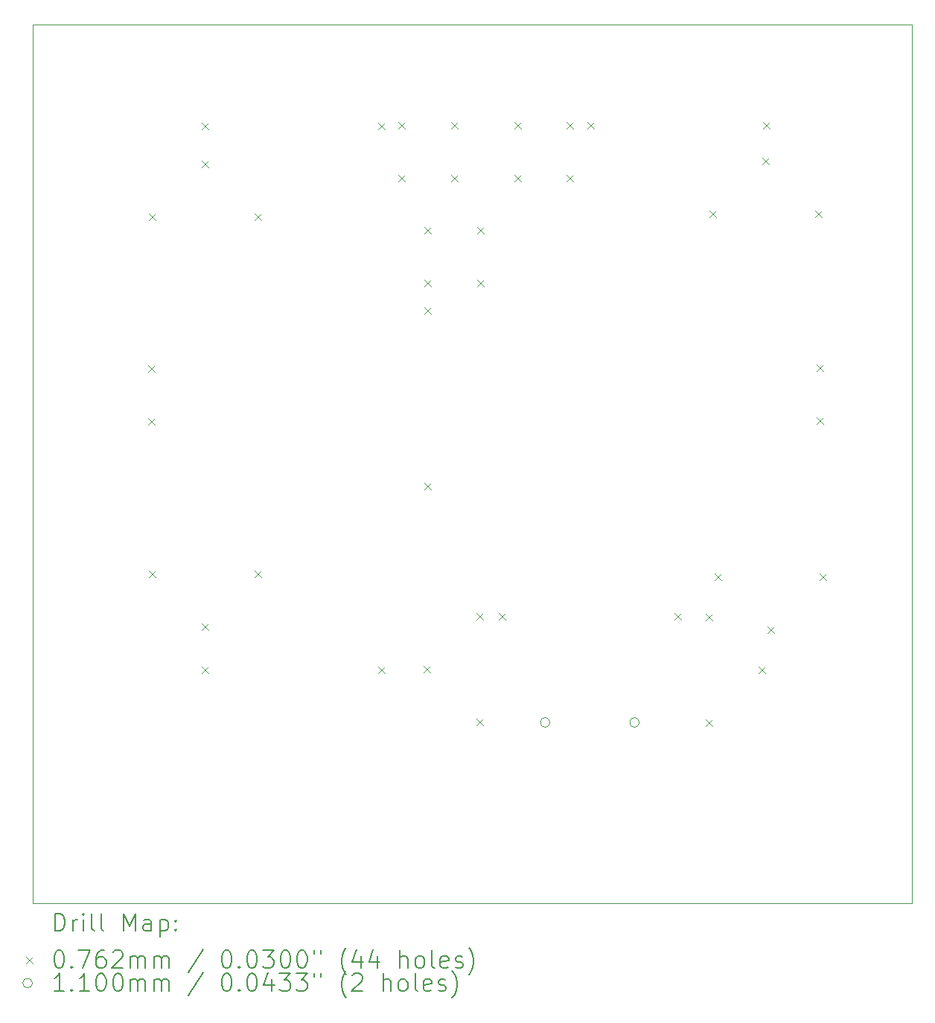
<source format=gbr>
%TF.GenerationSoftware,KiCad,Pcbnew,(6.0.7)*%
%TF.CreationDate,2022-08-28T03:54:29+08:00*%
%TF.ProjectId,6_1k,365f316b-2e6b-4696-9361-645f70636258,rev?*%
%TF.SameCoordinates,Original*%
%TF.FileFunction,Drillmap*%
%TF.FilePolarity,Positive*%
%FSLAX45Y45*%
G04 Gerber Fmt 4.5, Leading zero omitted, Abs format (unit mm)*
G04 Created by KiCad (PCBNEW (6.0.7)) date 2022-08-28 03:54:29*
%MOMM*%
%LPD*%
G01*
G04 APERTURE LIST*
%ADD10C,0.100000*%
%ADD11C,0.200000*%
%ADD12C,0.076200*%
%ADD13C,0.110000*%
G04 APERTURE END LIST*
D10*
X3383260Y-4919980D02*
X13383260Y-4919980D01*
X13383260Y-4919980D02*
X13383260Y-14919980D01*
X13383260Y-14919980D02*
X3383260Y-14919980D01*
X3383260Y-14919980D02*
X3383260Y-4919980D01*
D11*
D12*
X4693920Y-8796300D02*
X4770120Y-8872500D01*
X4770120Y-8796300D02*
X4693920Y-8872500D01*
X4693920Y-9396300D02*
X4770120Y-9472500D01*
X4770120Y-9396300D02*
X4693920Y-9472500D01*
X4706060Y-7069380D02*
X4782260Y-7145580D01*
X4782260Y-7069380D02*
X4706060Y-7145580D01*
X4706060Y-11133380D02*
X4782260Y-11209580D01*
X4782260Y-11133380D02*
X4706060Y-11209580D01*
X5306060Y-6469380D02*
X5382260Y-6545580D01*
X5382260Y-6469380D02*
X5306060Y-6545580D01*
X5306060Y-11733380D02*
X5382260Y-11809580D01*
X5382260Y-11733380D02*
X5306060Y-11809580D01*
X5306820Y-6035040D02*
X5383020Y-6111240D01*
X5383020Y-6035040D02*
X5306820Y-6111240D01*
X5306820Y-12225020D02*
X5383020Y-12301220D01*
X5383020Y-12225020D02*
X5306820Y-12301220D01*
X5906060Y-7069380D02*
X5982260Y-7145580D01*
X5982260Y-7069380D02*
X5906060Y-7145580D01*
X5906060Y-11133380D02*
X5982260Y-11209580D01*
X5982260Y-11133380D02*
X5906060Y-11209580D01*
X7306820Y-6035040D02*
X7383020Y-6111240D01*
X7383020Y-6035040D02*
X7306820Y-6111240D01*
X7306820Y-12225020D02*
X7383020Y-12301220D01*
X7383020Y-12225020D02*
X7306820Y-12301220D01*
X7540700Y-6029960D02*
X7616900Y-6106160D01*
X7616900Y-6029960D02*
X7540700Y-6106160D01*
X7540700Y-6629960D02*
X7616900Y-6706160D01*
X7616900Y-6629960D02*
X7540700Y-6706160D01*
X7825740Y-12219940D02*
X7901940Y-12296140D01*
X7901940Y-12219940D02*
X7825740Y-12296140D01*
X7835900Y-7223760D02*
X7912100Y-7299960D01*
X7912100Y-7223760D02*
X7835900Y-7299960D01*
X7835900Y-7823760D02*
X7912100Y-7899960D01*
X7912100Y-7823760D02*
X7835900Y-7899960D01*
X7835900Y-8138920D02*
X7912100Y-8215120D01*
X7912100Y-8138920D02*
X7835900Y-8215120D01*
X7835900Y-10138920D02*
X7912100Y-10215120D01*
X7912100Y-10138920D02*
X7835900Y-10215120D01*
X8140700Y-6029960D02*
X8216900Y-6106160D01*
X8216900Y-6029960D02*
X8140700Y-6106160D01*
X8140700Y-6629960D02*
X8216900Y-6706160D01*
X8216900Y-6629960D02*
X8140700Y-6706160D01*
X8425740Y-11619940D02*
X8501940Y-11696140D01*
X8501940Y-11619940D02*
X8425740Y-11696140D01*
X8425740Y-12819940D02*
X8501940Y-12896140D01*
X8501940Y-12819940D02*
X8425740Y-12896140D01*
X8435900Y-7223760D02*
X8512100Y-7299960D01*
X8512100Y-7223760D02*
X8435900Y-7299960D01*
X8435900Y-7823760D02*
X8512100Y-7899960D01*
X8512100Y-7823760D02*
X8435900Y-7899960D01*
X8679660Y-11615420D02*
X8755860Y-11691620D01*
X8755860Y-11615420D02*
X8679660Y-11691620D01*
X8856700Y-6032220D02*
X8932900Y-6108420D01*
X8932900Y-6032220D02*
X8856700Y-6108420D01*
X8856700Y-6632220D02*
X8932900Y-6708420D01*
X8932900Y-6632220D02*
X8856700Y-6708420D01*
X9456700Y-6032220D02*
X9532900Y-6108420D01*
X9532900Y-6032220D02*
X9456700Y-6108420D01*
X9456700Y-6632220D02*
X9532900Y-6708420D01*
X9532900Y-6632220D02*
X9456700Y-6708420D01*
X9688320Y-6032500D02*
X9764520Y-6108700D01*
X9764520Y-6032500D02*
X9688320Y-6108700D01*
X10679660Y-11615420D02*
X10755860Y-11691620D01*
X10755860Y-11615420D02*
X10679660Y-11691620D01*
X11038560Y-11627840D02*
X11114760Y-11704040D01*
X11114760Y-11627840D02*
X11038560Y-11704040D01*
X11038560Y-12827840D02*
X11114760Y-12904040D01*
X11114760Y-12827840D02*
X11038560Y-12904040D01*
X11082020Y-7038340D02*
X11158220Y-7114540D01*
X11158220Y-7038340D02*
X11082020Y-7114540D01*
X11135360Y-11170360D02*
X11211560Y-11246560D01*
X11211560Y-11170360D02*
X11135360Y-11246560D01*
X11638560Y-12227840D02*
X11714760Y-12304040D01*
X11714760Y-12227840D02*
X11638560Y-12304040D01*
X11682020Y-6438340D02*
X11758220Y-6514540D01*
X11758220Y-6438340D02*
X11682020Y-6514540D01*
X11688320Y-6032500D02*
X11764520Y-6108700D01*
X11764520Y-6032500D02*
X11688320Y-6108700D01*
X11735360Y-11770360D02*
X11811560Y-11846560D01*
X11811560Y-11770360D02*
X11735360Y-11846560D01*
X12282020Y-7038340D02*
X12358220Y-7114540D01*
X12358220Y-7038340D02*
X12282020Y-7114540D01*
X12296140Y-8790660D02*
X12372340Y-8866860D01*
X12372340Y-8790660D02*
X12296140Y-8866860D01*
X12296140Y-9390660D02*
X12372340Y-9466860D01*
X12372340Y-9390660D02*
X12296140Y-9466860D01*
X12335360Y-11170360D02*
X12411560Y-11246560D01*
X12411560Y-11170360D02*
X12335360Y-11246560D01*
D13*
X9264760Y-12862560D02*
G75*
G03*
X9264760Y-12862560I-55000J0D01*
G01*
X10280760Y-12862560D02*
G75*
G03*
X10280760Y-12862560I-55000J0D01*
G01*
D11*
X3635879Y-15235456D02*
X3635879Y-15035456D01*
X3683498Y-15035456D01*
X3712069Y-15044980D01*
X3731117Y-15064028D01*
X3740641Y-15083075D01*
X3750165Y-15121170D01*
X3750165Y-15149742D01*
X3740641Y-15187837D01*
X3731117Y-15206885D01*
X3712069Y-15225932D01*
X3683498Y-15235456D01*
X3635879Y-15235456D01*
X3835879Y-15235456D02*
X3835879Y-15102123D01*
X3835879Y-15140218D02*
X3845403Y-15121170D01*
X3854927Y-15111647D01*
X3873974Y-15102123D01*
X3893022Y-15102123D01*
X3959688Y-15235456D02*
X3959688Y-15102123D01*
X3959688Y-15035456D02*
X3950165Y-15044980D01*
X3959688Y-15054504D01*
X3969212Y-15044980D01*
X3959688Y-15035456D01*
X3959688Y-15054504D01*
X4083498Y-15235456D02*
X4064450Y-15225932D01*
X4054927Y-15206885D01*
X4054927Y-15035456D01*
X4188260Y-15235456D02*
X4169212Y-15225932D01*
X4159688Y-15206885D01*
X4159688Y-15035456D01*
X4416831Y-15235456D02*
X4416831Y-15035456D01*
X4483498Y-15178313D01*
X4550165Y-15035456D01*
X4550165Y-15235456D01*
X4731117Y-15235456D02*
X4731117Y-15130694D01*
X4721593Y-15111647D01*
X4702546Y-15102123D01*
X4664450Y-15102123D01*
X4645403Y-15111647D01*
X4731117Y-15225932D02*
X4712070Y-15235456D01*
X4664450Y-15235456D01*
X4645403Y-15225932D01*
X4635879Y-15206885D01*
X4635879Y-15187837D01*
X4645403Y-15168789D01*
X4664450Y-15159266D01*
X4712070Y-15159266D01*
X4731117Y-15149742D01*
X4826355Y-15102123D02*
X4826355Y-15302123D01*
X4826355Y-15111647D02*
X4845403Y-15102123D01*
X4883498Y-15102123D01*
X4902546Y-15111647D01*
X4912070Y-15121170D01*
X4921593Y-15140218D01*
X4921593Y-15197361D01*
X4912070Y-15216408D01*
X4902546Y-15225932D01*
X4883498Y-15235456D01*
X4845403Y-15235456D01*
X4826355Y-15225932D01*
X5007308Y-15216408D02*
X5016831Y-15225932D01*
X5007308Y-15235456D01*
X4997784Y-15225932D01*
X5007308Y-15216408D01*
X5007308Y-15235456D01*
X5007308Y-15111647D02*
X5016831Y-15121170D01*
X5007308Y-15130694D01*
X4997784Y-15121170D01*
X5007308Y-15111647D01*
X5007308Y-15130694D01*
D12*
X3302060Y-15526880D02*
X3378260Y-15603080D01*
X3378260Y-15526880D02*
X3302060Y-15603080D01*
D11*
X3673974Y-15455456D02*
X3693022Y-15455456D01*
X3712069Y-15464980D01*
X3721593Y-15474504D01*
X3731117Y-15493551D01*
X3740641Y-15531647D01*
X3740641Y-15579266D01*
X3731117Y-15617361D01*
X3721593Y-15636408D01*
X3712069Y-15645932D01*
X3693022Y-15655456D01*
X3673974Y-15655456D01*
X3654927Y-15645932D01*
X3645403Y-15636408D01*
X3635879Y-15617361D01*
X3626355Y-15579266D01*
X3626355Y-15531647D01*
X3635879Y-15493551D01*
X3645403Y-15474504D01*
X3654927Y-15464980D01*
X3673974Y-15455456D01*
X3826355Y-15636408D02*
X3835879Y-15645932D01*
X3826355Y-15655456D01*
X3816831Y-15645932D01*
X3826355Y-15636408D01*
X3826355Y-15655456D01*
X3902546Y-15455456D02*
X4035879Y-15455456D01*
X3950165Y-15655456D01*
X4197784Y-15455456D02*
X4159688Y-15455456D01*
X4140641Y-15464980D01*
X4131117Y-15474504D01*
X4112069Y-15503075D01*
X4102546Y-15541170D01*
X4102546Y-15617361D01*
X4112069Y-15636408D01*
X4121593Y-15645932D01*
X4140641Y-15655456D01*
X4178736Y-15655456D01*
X4197784Y-15645932D01*
X4207308Y-15636408D01*
X4216831Y-15617361D01*
X4216831Y-15569742D01*
X4207308Y-15550694D01*
X4197784Y-15541170D01*
X4178736Y-15531647D01*
X4140641Y-15531647D01*
X4121593Y-15541170D01*
X4112069Y-15550694D01*
X4102546Y-15569742D01*
X4293022Y-15474504D02*
X4302546Y-15464980D01*
X4321593Y-15455456D01*
X4369212Y-15455456D01*
X4388260Y-15464980D01*
X4397784Y-15474504D01*
X4407308Y-15493551D01*
X4407308Y-15512599D01*
X4397784Y-15541170D01*
X4283498Y-15655456D01*
X4407308Y-15655456D01*
X4493022Y-15655456D02*
X4493022Y-15522123D01*
X4493022Y-15541170D02*
X4502546Y-15531647D01*
X4521593Y-15522123D01*
X4550165Y-15522123D01*
X4569212Y-15531647D01*
X4578736Y-15550694D01*
X4578736Y-15655456D01*
X4578736Y-15550694D02*
X4588260Y-15531647D01*
X4607308Y-15522123D01*
X4635879Y-15522123D01*
X4654927Y-15531647D01*
X4664450Y-15550694D01*
X4664450Y-15655456D01*
X4759689Y-15655456D02*
X4759689Y-15522123D01*
X4759689Y-15541170D02*
X4769212Y-15531647D01*
X4788260Y-15522123D01*
X4816831Y-15522123D01*
X4835879Y-15531647D01*
X4845403Y-15550694D01*
X4845403Y-15655456D01*
X4845403Y-15550694D02*
X4854927Y-15531647D01*
X4873974Y-15522123D01*
X4902546Y-15522123D01*
X4921593Y-15531647D01*
X4931117Y-15550694D01*
X4931117Y-15655456D01*
X5321593Y-15445932D02*
X5150165Y-15703075D01*
X5578736Y-15455456D02*
X5597784Y-15455456D01*
X5616831Y-15464980D01*
X5626355Y-15474504D01*
X5635879Y-15493551D01*
X5645403Y-15531647D01*
X5645403Y-15579266D01*
X5635879Y-15617361D01*
X5626355Y-15636408D01*
X5616831Y-15645932D01*
X5597784Y-15655456D01*
X5578736Y-15655456D01*
X5559689Y-15645932D01*
X5550165Y-15636408D01*
X5540641Y-15617361D01*
X5531117Y-15579266D01*
X5531117Y-15531647D01*
X5540641Y-15493551D01*
X5550165Y-15474504D01*
X5559689Y-15464980D01*
X5578736Y-15455456D01*
X5731117Y-15636408D02*
X5740641Y-15645932D01*
X5731117Y-15655456D01*
X5721593Y-15645932D01*
X5731117Y-15636408D01*
X5731117Y-15655456D01*
X5864450Y-15455456D02*
X5883498Y-15455456D01*
X5902546Y-15464980D01*
X5912069Y-15474504D01*
X5921593Y-15493551D01*
X5931117Y-15531647D01*
X5931117Y-15579266D01*
X5921593Y-15617361D01*
X5912069Y-15636408D01*
X5902546Y-15645932D01*
X5883498Y-15655456D01*
X5864450Y-15655456D01*
X5845403Y-15645932D01*
X5835879Y-15636408D01*
X5826355Y-15617361D01*
X5816831Y-15579266D01*
X5816831Y-15531647D01*
X5826355Y-15493551D01*
X5835879Y-15474504D01*
X5845403Y-15464980D01*
X5864450Y-15455456D01*
X5997784Y-15455456D02*
X6121593Y-15455456D01*
X6054927Y-15531647D01*
X6083498Y-15531647D01*
X6102546Y-15541170D01*
X6112069Y-15550694D01*
X6121593Y-15569742D01*
X6121593Y-15617361D01*
X6112069Y-15636408D01*
X6102546Y-15645932D01*
X6083498Y-15655456D01*
X6026355Y-15655456D01*
X6007308Y-15645932D01*
X5997784Y-15636408D01*
X6245403Y-15455456D02*
X6264450Y-15455456D01*
X6283498Y-15464980D01*
X6293022Y-15474504D01*
X6302546Y-15493551D01*
X6312069Y-15531647D01*
X6312069Y-15579266D01*
X6302546Y-15617361D01*
X6293022Y-15636408D01*
X6283498Y-15645932D01*
X6264450Y-15655456D01*
X6245403Y-15655456D01*
X6226355Y-15645932D01*
X6216831Y-15636408D01*
X6207308Y-15617361D01*
X6197784Y-15579266D01*
X6197784Y-15531647D01*
X6207308Y-15493551D01*
X6216831Y-15474504D01*
X6226355Y-15464980D01*
X6245403Y-15455456D01*
X6435879Y-15455456D02*
X6454927Y-15455456D01*
X6473974Y-15464980D01*
X6483498Y-15474504D01*
X6493022Y-15493551D01*
X6502546Y-15531647D01*
X6502546Y-15579266D01*
X6493022Y-15617361D01*
X6483498Y-15636408D01*
X6473974Y-15645932D01*
X6454927Y-15655456D01*
X6435879Y-15655456D01*
X6416831Y-15645932D01*
X6407308Y-15636408D01*
X6397784Y-15617361D01*
X6388260Y-15579266D01*
X6388260Y-15531647D01*
X6397784Y-15493551D01*
X6407308Y-15474504D01*
X6416831Y-15464980D01*
X6435879Y-15455456D01*
X6578736Y-15455456D02*
X6578736Y-15493551D01*
X6654927Y-15455456D02*
X6654927Y-15493551D01*
X6950165Y-15731647D02*
X6940641Y-15722123D01*
X6921593Y-15693551D01*
X6912069Y-15674504D01*
X6902546Y-15645932D01*
X6893022Y-15598313D01*
X6893022Y-15560218D01*
X6902546Y-15512599D01*
X6912069Y-15484028D01*
X6921593Y-15464980D01*
X6940641Y-15436408D01*
X6950165Y-15426885D01*
X7112069Y-15522123D02*
X7112069Y-15655456D01*
X7064450Y-15445932D02*
X7016831Y-15588789D01*
X7140641Y-15588789D01*
X7302546Y-15522123D02*
X7302546Y-15655456D01*
X7254927Y-15445932D02*
X7207308Y-15588789D01*
X7331117Y-15588789D01*
X7559688Y-15655456D02*
X7559688Y-15455456D01*
X7645403Y-15655456D02*
X7645403Y-15550694D01*
X7635879Y-15531647D01*
X7616831Y-15522123D01*
X7588260Y-15522123D01*
X7569212Y-15531647D01*
X7559688Y-15541170D01*
X7769212Y-15655456D02*
X7750165Y-15645932D01*
X7740641Y-15636408D01*
X7731117Y-15617361D01*
X7731117Y-15560218D01*
X7740641Y-15541170D01*
X7750165Y-15531647D01*
X7769212Y-15522123D01*
X7797784Y-15522123D01*
X7816831Y-15531647D01*
X7826355Y-15541170D01*
X7835879Y-15560218D01*
X7835879Y-15617361D01*
X7826355Y-15636408D01*
X7816831Y-15645932D01*
X7797784Y-15655456D01*
X7769212Y-15655456D01*
X7950165Y-15655456D02*
X7931117Y-15645932D01*
X7921593Y-15626885D01*
X7921593Y-15455456D01*
X8102546Y-15645932D02*
X8083498Y-15655456D01*
X8045403Y-15655456D01*
X8026355Y-15645932D01*
X8016831Y-15626885D01*
X8016831Y-15550694D01*
X8026355Y-15531647D01*
X8045403Y-15522123D01*
X8083498Y-15522123D01*
X8102546Y-15531647D01*
X8112069Y-15550694D01*
X8112069Y-15569742D01*
X8016831Y-15588789D01*
X8188260Y-15645932D02*
X8207308Y-15655456D01*
X8245403Y-15655456D01*
X8264450Y-15645932D01*
X8273974Y-15626885D01*
X8273974Y-15617361D01*
X8264450Y-15598313D01*
X8245403Y-15588789D01*
X8216831Y-15588789D01*
X8197784Y-15579266D01*
X8188260Y-15560218D01*
X8188260Y-15550694D01*
X8197784Y-15531647D01*
X8216831Y-15522123D01*
X8245403Y-15522123D01*
X8264450Y-15531647D01*
X8340641Y-15731647D02*
X8350165Y-15722123D01*
X8369212Y-15693551D01*
X8378736Y-15674504D01*
X8388260Y-15645932D01*
X8397784Y-15598313D01*
X8397784Y-15560218D01*
X8388260Y-15512599D01*
X8378736Y-15484028D01*
X8369212Y-15464980D01*
X8350165Y-15436408D01*
X8340641Y-15426885D01*
D13*
X3378260Y-15828980D02*
G75*
G03*
X3378260Y-15828980I-55000J0D01*
G01*
D11*
X3740641Y-15919456D02*
X3626355Y-15919456D01*
X3683498Y-15919456D02*
X3683498Y-15719456D01*
X3664450Y-15748028D01*
X3645403Y-15767075D01*
X3626355Y-15776599D01*
X3826355Y-15900408D02*
X3835879Y-15909932D01*
X3826355Y-15919456D01*
X3816831Y-15909932D01*
X3826355Y-15900408D01*
X3826355Y-15919456D01*
X4026355Y-15919456D02*
X3912069Y-15919456D01*
X3969212Y-15919456D02*
X3969212Y-15719456D01*
X3950165Y-15748028D01*
X3931117Y-15767075D01*
X3912069Y-15776599D01*
X4150165Y-15719456D02*
X4169212Y-15719456D01*
X4188260Y-15728980D01*
X4197784Y-15738504D01*
X4207308Y-15757551D01*
X4216831Y-15795647D01*
X4216831Y-15843266D01*
X4207308Y-15881361D01*
X4197784Y-15900408D01*
X4188260Y-15909932D01*
X4169212Y-15919456D01*
X4150165Y-15919456D01*
X4131117Y-15909932D01*
X4121593Y-15900408D01*
X4112069Y-15881361D01*
X4102546Y-15843266D01*
X4102546Y-15795647D01*
X4112069Y-15757551D01*
X4121593Y-15738504D01*
X4131117Y-15728980D01*
X4150165Y-15719456D01*
X4340641Y-15719456D02*
X4359689Y-15719456D01*
X4378736Y-15728980D01*
X4388260Y-15738504D01*
X4397784Y-15757551D01*
X4407308Y-15795647D01*
X4407308Y-15843266D01*
X4397784Y-15881361D01*
X4388260Y-15900408D01*
X4378736Y-15909932D01*
X4359689Y-15919456D01*
X4340641Y-15919456D01*
X4321593Y-15909932D01*
X4312070Y-15900408D01*
X4302546Y-15881361D01*
X4293022Y-15843266D01*
X4293022Y-15795647D01*
X4302546Y-15757551D01*
X4312070Y-15738504D01*
X4321593Y-15728980D01*
X4340641Y-15719456D01*
X4493022Y-15919456D02*
X4493022Y-15786123D01*
X4493022Y-15805170D02*
X4502546Y-15795647D01*
X4521593Y-15786123D01*
X4550165Y-15786123D01*
X4569212Y-15795647D01*
X4578736Y-15814694D01*
X4578736Y-15919456D01*
X4578736Y-15814694D02*
X4588260Y-15795647D01*
X4607308Y-15786123D01*
X4635879Y-15786123D01*
X4654927Y-15795647D01*
X4664450Y-15814694D01*
X4664450Y-15919456D01*
X4759689Y-15919456D02*
X4759689Y-15786123D01*
X4759689Y-15805170D02*
X4769212Y-15795647D01*
X4788260Y-15786123D01*
X4816831Y-15786123D01*
X4835879Y-15795647D01*
X4845403Y-15814694D01*
X4845403Y-15919456D01*
X4845403Y-15814694D02*
X4854927Y-15795647D01*
X4873974Y-15786123D01*
X4902546Y-15786123D01*
X4921593Y-15795647D01*
X4931117Y-15814694D01*
X4931117Y-15919456D01*
X5321593Y-15709932D02*
X5150165Y-15967075D01*
X5578736Y-15719456D02*
X5597784Y-15719456D01*
X5616831Y-15728980D01*
X5626355Y-15738504D01*
X5635879Y-15757551D01*
X5645403Y-15795647D01*
X5645403Y-15843266D01*
X5635879Y-15881361D01*
X5626355Y-15900408D01*
X5616831Y-15909932D01*
X5597784Y-15919456D01*
X5578736Y-15919456D01*
X5559689Y-15909932D01*
X5550165Y-15900408D01*
X5540641Y-15881361D01*
X5531117Y-15843266D01*
X5531117Y-15795647D01*
X5540641Y-15757551D01*
X5550165Y-15738504D01*
X5559689Y-15728980D01*
X5578736Y-15719456D01*
X5731117Y-15900408D02*
X5740641Y-15909932D01*
X5731117Y-15919456D01*
X5721593Y-15909932D01*
X5731117Y-15900408D01*
X5731117Y-15919456D01*
X5864450Y-15719456D02*
X5883498Y-15719456D01*
X5902546Y-15728980D01*
X5912069Y-15738504D01*
X5921593Y-15757551D01*
X5931117Y-15795647D01*
X5931117Y-15843266D01*
X5921593Y-15881361D01*
X5912069Y-15900408D01*
X5902546Y-15909932D01*
X5883498Y-15919456D01*
X5864450Y-15919456D01*
X5845403Y-15909932D01*
X5835879Y-15900408D01*
X5826355Y-15881361D01*
X5816831Y-15843266D01*
X5816831Y-15795647D01*
X5826355Y-15757551D01*
X5835879Y-15738504D01*
X5845403Y-15728980D01*
X5864450Y-15719456D01*
X6102546Y-15786123D02*
X6102546Y-15919456D01*
X6054927Y-15709932D02*
X6007308Y-15852789D01*
X6131117Y-15852789D01*
X6188260Y-15719456D02*
X6312069Y-15719456D01*
X6245403Y-15795647D01*
X6273974Y-15795647D01*
X6293022Y-15805170D01*
X6302546Y-15814694D01*
X6312069Y-15833742D01*
X6312069Y-15881361D01*
X6302546Y-15900408D01*
X6293022Y-15909932D01*
X6273974Y-15919456D01*
X6216831Y-15919456D01*
X6197784Y-15909932D01*
X6188260Y-15900408D01*
X6378736Y-15719456D02*
X6502546Y-15719456D01*
X6435879Y-15795647D01*
X6464450Y-15795647D01*
X6483498Y-15805170D01*
X6493022Y-15814694D01*
X6502546Y-15833742D01*
X6502546Y-15881361D01*
X6493022Y-15900408D01*
X6483498Y-15909932D01*
X6464450Y-15919456D01*
X6407308Y-15919456D01*
X6388260Y-15909932D01*
X6378736Y-15900408D01*
X6578736Y-15719456D02*
X6578736Y-15757551D01*
X6654927Y-15719456D02*
X6654927Y-15757551D01*
X6950165Y-15995647D02*
X6940641Y-15986123D01*
X6921593Y-15957551D01*
X6912069Y-15938504D01*
X6902546Y-15909932D01*
X6893022Y-15862313D01*
X6893022Y-15824218D01*
X6902546Y-15776599D01*
X6912069Y-15748028D01*
X6921593Y-15728980D01*
X6940641Y-15700408D01*
X6950165Y-15690885D01*
X7016831Y-15738504D02*
X7026355Y-15728980D01*
X7045403Y-15719456D01*
X7093022Y-15719456D01*
X7112069Y-15728980D01*
X7121593Y-15738504D01*
X7131117Y-15757551D01*
X7131117Y-15776599D01*
X7121593Y-15805170D01*
X7007308Y-15919456D01*
X7131117Y-15919456D01*
X7369212Y-15919456D02*
X7369212Y-15719456D01*
X7454927Y-15919456D02*
X7454927Y-15814694D01*
X7445403Y-15795647D01*
X7426355Y-15786123D01*
X7397784Y-15786123D01*
X7378736Y-15795647D01*
X7369212Y-15805170D01*
X7578736Y-15919456D02*
X7559688Y-15909932D01*
X7550165Y-15900408D01*
X7540641Y-15881361D01*
X7540641Y-15824218D01*
X7550165Y-15805170D01*
X7559688Y-15795647D01*
X7578736Y-15786123D01*
X7607308Y-15786123D01*
X7626355Y-15795647D01*
X7635879Y-15805170D01*
X7645403Y-15824218D01*
X7645403Y-15881361D01*
X7635879Y-15900408D01*
X7626355Y-15909932D01*
X7607308Y-15919456D01*
X7578736Y-15919456D01*
X7759688Y-15919456D02*
X7740641Y-15909932D01*
X7731117Y-15890885D01*
X7731117Y-15719456D01*
X7912069Y-15909932D02*
X7893022Y-15919456D01*
X7854927Y-15919456D01*
X7835879Y-15909932D01*
X7826355Y-15890885D01*
X7826355Y-15814694D01*
X7835879Y-15795647D01*
X7854927Y-15786123D01*
X7893022Y-15786123D01*
X7912069Y-15795647D01*
X7921593Y-15814694D01*
X7921593Y-15833742D01*
X7826355Y-15852789D01*
X7997784Y-15909932D02*
X8016831Y-15919456D01*
X8054927Y-15919456D01*
X8073974Y-15909932D01*
X8083498Y-15890885D01*
X8083498Y-15881361D01*
X8073974Y-15862313D01*
X8054927Y-15852789D01*
X8026355Y-15852789D01*
X8007308Y-15843266D01*
X7997784Y-15824218D01*
X7997784Y-15814694D01*
X8007308Y-15795647D01*
X8026355Y-15786123D01*
X8054927Y-15786123D01*
X8073974Y-15795647D01*
X8150165Y-15995647D02*
X8159688Y-15986123D01*
X8178736Y-15957551D01*
X8188260Y-15938504D01*
X8197784Y-15909932D01*
X8207308Y-15862313D01*
X8207308Y-15824218D01*
X8197784Y-15776599D01*
X8188260Y-15748028D01*
X8178736Y-15728980D01*
X8159688Y-15700408D01*
X8150165Y-15690885D01*
M02*

</source>
